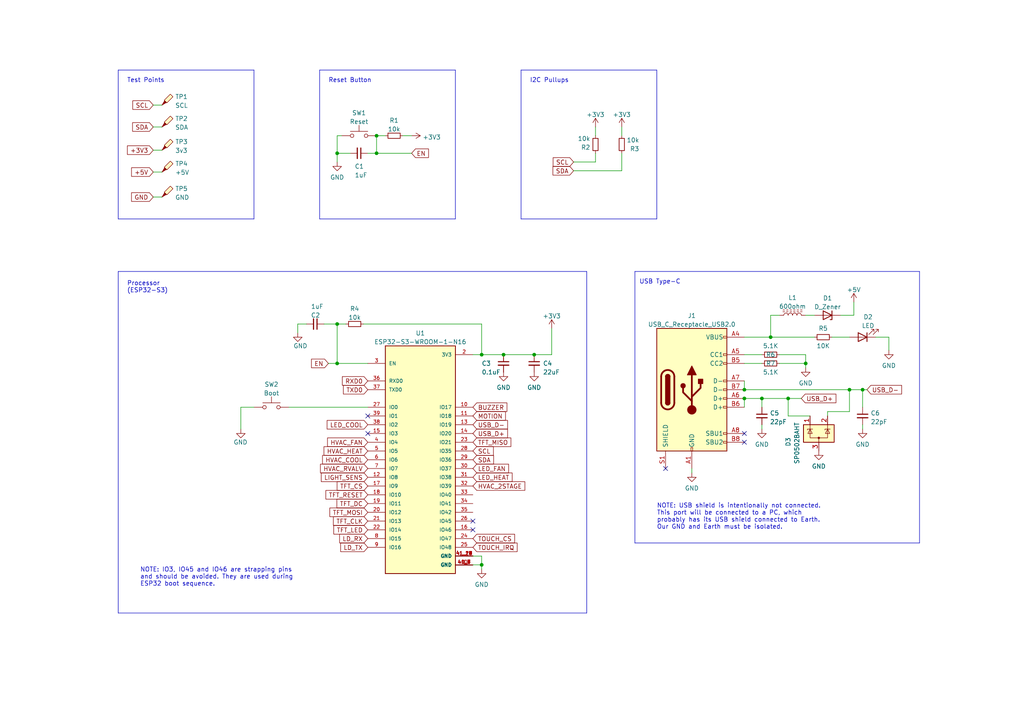
<source format=kicad_sch>
(kicad_sch (version 20250114) (generator "eeschema") (generator_version "9.0")
  (paper "A4")
  (title_block (title "Smart Thermostat") (date "2024-02-09") (rev "0.6.0") (company "Steve Meisner") (comment 1 "steve@meisners.net") (comment 2 "(C) 2024 Steven Meisner "))
  (lib_symbols
    (symbol "+3V3_2" (power) (pin_names (offset 0))
      (property "Value" "+3V3_2" (at 0 3.556 0))
      (symbol "+3V3_2_0_1"
        (polyline (pts (xy -0.762 1.27) (xy 0 2.54)))
        (polyline (pts (xy 0 2.54) (xy 0.762 1.27)))
        (polyline (pts (xy 0 0) (xy 0 2.54)))
      )
      (symbol "+3V3_2_1_1"
        (pin power_in line (at 0 0 90) (length 0) (hide yes) (name "+3V3") (number "1"))
      )
    )
    (symbol "Connector:TestPoint_Probe" (pin_numbers (hide yes)) (pin_names (offset 0.762) (hide yes))
      (property "Reference" "TP" (at 1.651 5.842 0))
      (property "Value" "TestPoint_Probe" (at 1.651 4.064 0))
      (symbol "TestPoint_Probe_0_1"
        (polyline (pts (xy 1.27 0.762) (xy 0 0) (xy 0.762 1.27) (xy 1.27 0.762)) (fill (type outline)))
        (polyline (pts (xy 1.397 0.635) (xy 0.635 1.397) (xy 2.413 3.175) (xy 3.175 2.413) (xy 1.397 0.635)) (fill (type background)))
      )
      (symbol "TestPoint_Probe_1_1"
        (pin passive line (at 0 0 90) (length 0) (name "1") (number "1"))
      )
    )
    (symbol "Connector:USB_C_Receptacle_USB2.0" (pin_names (offset 1.016))
      (property "Reference" "J" (at -10.16 19.05 0))
      (property "Value" "USB_C_Receptacle_USB2.0" (at 19.05 19.05 0))
      (symbol "USB_C_Receptacle_USB2.0_0_0"
        (rectangle (start -0.254 -17.78) (end 0.254 -16.764))
        (rectangle (start 10.16 15.494) (end 9.144 14.986))
        (rectangle (start 10.16 10.414) (end 9.144 9.906))
        (rectangle (start 10.16 7.874) (end 9.144 7.366))
        (rectangle (start 10.16 2.794) (end 9.144 2.286))
        (rectangle (start 10.16 0.254) (end 9.144 -0.254))
        (rectangle (start 10.16 -2.286) (end 9.144 -2.794))
        (rectangle (start 10.16 -4.826) (end 9.144 -5.334))
        (rectangle (start 10.16 -12.446) (end 9.144 -12.954))
        (rectangle (start 10.16 -14.986) (end 9.144 -15.494))
      )
      (symbol "USB_C_Receptacle_USB2.0_0_1"
        (rectangle (start -10.16 17.78) (end 10.16 -17.78) (stroke (width 0.254)) (fill (type background)))
        (polyline (pts (xy -8.89 -3.81) (xy -8.89 3.81)) (stroke (width 0.508)))
        (rectangle (start -7.62 -3.81) (end -6.35 3.81) (stroke (width 0.254)) (fill (type outline)))
        (arc (start -7.62 3.81) (mid -6.985 4.4422) (end -6.35 3.81) (stroke (width 0.254)))
        (arc (start -7.62 3.81) (mid -6.985 4.4422) (end -6.35 3.81) (stroke (width 0.254)) (fill (type outline)))
        (arc (start -8.89 3.81) (mid -6.985 5.7066) (end -5.08 3.81) (stroke (width 0.508)))
        (arc (start -5.08 -3.81) (mid -6.985 -5.7066) (end -8.89 -3.81) (stroke (width 0.508)))
        (arc (start -6.35 -3.81) (mid -6.985 -4.4422) (end -7.62 -3.81) (stroke (width 0.254)))
        (arc (start -6.35 -3.81) (mid -6.985 -4.4422) (end -7.62 -3.81) (stroke (width 0.254)) (fill (type outline)))
        (polyline (pts (xy -5.08 3.81) (xy -5.08 -3.81)) (stroke (width 0.508)))
        (circle (center -2.54 1.143) (radius 0.635) (stroke (width 0.254)) (fill (type outline)))
        (polyline (pts (xy -1.27 4.318) (xy 0 6.858) (xy 1.27 4.318) (xy -1.27 4.318)) (stroke (width 0.254)) (fill (type outline)))
        (polyline (pts (xy 0 -2.032) (xy 2.54 0.508) (xy 2.54 1.778)) (stroke (width 0.508)))
        (polyline (pts (xy 0 -3.302) (xy -2.54 -0.762) (xy -2.54 0.508)) (stroke (width 0.508)))
        (polyline (pts (xy 0 -5.842) (xy 0 4.318)) (stroke (width 0.508)))
        (circle (center 0 -5.842) (radius 1.27) (fill (type outline)))
        (rectangle (start 1.905 1.778) (end 3.175 3.048) (stroke (width 0.254)) (fill (type outline)))
      )
      (symbol "USB_C_Receptacle_USB2.0_1_1"
        (pin passive line (at -7.62 -22.86 90) (length 5.08) (name "SHIELD") (number "S1"))
        (pin passive line (at 0 -22.86 90) (length 5.08) (name "GND") (number "A1"))
        (pin passive line (at 0 -22.86 90) (length 5.08) (hide yes) (name "GND") (number "A12"))
        (pin passive line (at 0 -22.86 90) (length 5.08) (hide yes) (name "GND") (number "B1"))
        (pin passive line (at 0 -22.86 90) (length 5.08) (hide yes) (name "GND") (number "B12"))
        (pin passive line (at 15.24 15.24 180) (length 5.08) (name "VBUS") (number "A4"))
        (pin passive line (at 15.24 15.24 180) (length 5.08) (hide yes) (name "VBUS") (number "A9"))
        (pin passive line (at 15.24 15.24 180) (length 5.08) (hide yes) (name "VBUS") (number "B4"))
        (pin passive line (at 15.24 15.24 180) (length 5.08) (hide yes) (name "VBUS") (number "B9"))
        (pin bidirectional line (at 15.24 10.16 180) (length 5.08) (name "CC1") (number "A5"))
        (pin bidirectional line (at 15.24 7.62 180) (length 5.08) (name "CC2") (number "B5"))
        (pin bidirectional line (at 15.24 2.54 180) (length 5.08) (name "D-") (number "A7"))
        (pin bidirectional line (at 15.24 0 180) (length 5.08) (name "D-") (number "B7"))
        (pin bidirectional line (at 15.24 -2.54 180) (length 5.08) (name "D+") (number "A6"))
        (pin bidirectional line (at 15.24 -5.08 180) (length 5.08) (name "D+") (number "B6"))
        (pin bidirectional line (at 15.24 -12.7 180) (length 5.08) (name "SBU1") (number "A8"))
        (pin bidirectional line (at 15.24 -15.24 180) (length 5.08) (name "SBU2") (number "B8"))
      )
    )
    (symbol "Custom Symbols:ESP32-S3-WROOM-1-N16R2" (pin_names (offset 1.016))
      (property "Reference" "U1" (at 0 36.7198 0))
      (property "Value" "ESP32-S3-WROOM-1-N16" (at 0 34.1829 0))
      (symbol "ESP32-S3-WROOM-1-N16R2_0_0"
        (rectangle (start -10.16 -33.02) (end 10.16 33.02) (stroke (width 0.254)) (fill (type background)))
        (pin input line (at -15.24 27.94 0) (length 5.08) (name "EN") (number "3"))
        (pin bidirectional line (at -15.24 22.86 0) (length 5.08) (name "RXD0") (number "36"))
        (pin bidirectional line (at -15.24 20.32 0) (length 5.08) (name "TXD0") (number "37"))
        (pin bidirectional line (at -15.24 15.24 0) (length 5.08) (name "IO0") (number "27"))
        (pin bidirectional line (at -15.24 12.7 0) (length 5.08) (name "IO1") (number "39"))
        (pin bidirectional line (at -15.24 10.16 0) (length 5.08) (name "IO2") (number "38"))
        (pin bidirectional line (at -15.24 7.62 0) (length 5.08) (name "IO3") (number "15"))
        (pin bidirectional line (at -15.24 5.08 0) (length 5.08) (name "IO4") (number "4"))
        (pin bidirectional line (at -15.24 2.54 0) (length 5.08) (name "IO5") (number "5"))
        (pin bidirectional line (at -15.24 0 0) (length 5.08) (name "IO6") (number "6"))
        (pin bidirectional line (at -15.24 -2.54 0) (length 5.08) (name "IO7") (number "7"))
        (pin bidirectional line (at -15.24 -5.08 0) (length 5.08) (name "IO8") (number "12"))
        (pin bidirectional line (at -15.24 -7.62 0) (length 5.08) (name "IO9") (number "17"))
        (pin bidirectional line (at -15.24 -10.16 0) (length 5.08) (name "IO10") (number "18"))
        (pin bidirectional line (at -15.24 -12.7 0) (length 5.08) (name "IO11") (number "19"))
        (pin bidirectional line (at -15.24 -15.24 0) (length 5.08) (name "IO12") (number "20"))
        (pin bidirectional line (at -15.24 -17.78 0) (length 5.08) (name "IO13") (number "21"))
        (pin bidirectional line (at -15.24 -20.32 0) (length 5.08) (name "IO14") (number "22"))
        (pin bidirectional line (at -15.24 -22.86 0) (length 5.08) (name "IO15") (number "8"))
        (pin bidirectional line (at -15.24 -25.4 0) (length 5.08) (name "IO16") (number "9"))
        (pin power_in line (at 15.24 30.48 180) (length 5.08) (name "3V3") (number "2"))
        (pin bidirectional line (at 15.24 15.24 180) (length 5.08) (name "IO17") (number "10"))
        (pin bidirectional line (at 15.24 12.7 180) (length 5.08) (name "IO18") (number "11"))
        (pin bidirectional line (at 15.24 10.16 180) (length 5.08) (name "IO19") (number "13"))
        (pin bidirectional line (at 15.24 7.62 180) (length 5.08) (name "IO20") (number "14"))
        (pin bidirectional line (at 15.24 5.08 180) (length 5.08) (name "IO21") (number "23"))
        (pin bidirectional line (at 15.24 2.54 180) (length 5.08) (name "IO35") (number "28"))
        (pin bidirectional line (at 15.24 0 180) (length 5.08) (name "IO36") (number "29"))
        (pin bidirectional line (at 15.24 -2.54 180) (length 5.08) (name "IO37") (number "30"))
        (pin bidirectional line (at 15.24 -5.08 180) (length 5.08) (name "IO38") (number "31"))
        (pin bidirectional line (at 15.24 -7.62 180) (length 5.08) (name "IO39") (number "32"))
        (pin bidirectional line (at 15.24 -10.16 180) (length 5.08) (name "IO40") (number "33"))
        (pin bidirectional line (at 15.24 -12.7 180) (length 5.08) (name "IO41") (number "34"))
        (pin bidirectional line (at 15.24 -15.24 180) (length 5.08) (name "IO42") (number "35"))
        (pin bidirectional line (at 15.24 -17.78 180) (length 5.08) (name "IO45") (number "26"))
        (pin bidirectional line (at 15.24 -20.32 180) (length 5.08) (name "IO46") (number "16"))
        (pin bidirectional line (at 15.24 -22.86 180) (length 5.08) (name "IO47") (number "24"))
        (pin bidirectional line (at 15.24 -25.4 180) (length 5.08) (name "IO48") (number "25"))
        (pin power_in line (at 15.24 -27.94 180) (length 5.08) (name "GND") (number "41_10"))
        (pin power_in line (at 15.24 -27.94 180) (length 5.08) (name "GND") (number "41_11"))
        (pin power_in line (at 15.24 -27.94 180) (length 5.08) (name "GND") (number "41_12"))
        (pin power_in line (at 15.24 -27.94 180) (length 5.08) (name "GND") (number "41_13"))
        (pin power_in line (at 15.24 -27.94 180) (length 5.08) (name "GND") (number "41_14"))
        (pin power_in line (at 15.24 -27.94 180) (length 5.08) (name "GND") (number "41_15"))
        (pin power_in line (at 15.24 -27.94 180) (length 5.08) (name "GND") (number "41_16"))
        (pin power_in line (at 15.24 -27.94 180) (length 5.08) (name "GND") (number "41_17"))
        (pin power_in line (at 15.24 -27.94 180) (length 5.08) (name "GND") (number "41_18"))
        (pin power_in line (at 15.24 -27.94 180) (length 5.08) (name "GND") (number "41_19"))
        (pin power_in line (at 15.24 -27.94 180) (length 5.08) (name "GND") (number "41_20"))
        (pin power_in line (at 15.24 -27.94 180) (length 5.08) (name "GND") (number "41_21"))
        (pin power_in line (at 15.24 -30.48 180) (length 5.08) (name "GND") (number "1"))
        (pin power_in line (at 15.24 -30.48 180) (length 5.08) (name "GND") (number "40"))
        (pin power_in line (at 15.24 -30.48 180) (length 5.08) (name "GND") (number "41_1"))
        (pin power_in line (at 15.24 -30.48 180) (length 5.08) (name "GND") (number "41_2"))
        (pin power_in line (at 15.24 -30.48 180) (length 5.08) (name "GND") (number "41_3"))
        (pin power_in line (at 15.24 -30.48 180) (length 5.08) (name "GND") (number "41_4"))
        (pin power_in line (at 15.24 -30.48 180) (length 5.08) (name "GND") (number "41_5"))
        (pin power_in line (at 15.24 -30.48 180) (length 5.08) (name "GND") (number "41_6"))
        (pin power_in line (at 15.24 -30.48 180) (length 5.08) (name "GND") (number "41_7"))
        (pin power_in line (at 15.24 -30.48 180) (length 5.08) (name "GND") (number "41_8"))
        (pin power_in line (at 15.24 -30.48 180) (length 5.08) (name "GND") (number "41_9"))
      )
    )
    (symbol "Device:C_Small" (pin_numbers (hide yes)) (pin_names (offset 0.254) (hide yes))
      (property "Reference" "C" (at 0.254 1.778 0))
      (property "Value" "C_Small" (at 0.254 -2.032 0))
      (symbol "C_Small_0_1"
        (polyline (pts (xy -1.524 0.508) (xy 1.524 0.508)) (stroke (width 0.3048)))
        (polyline (pts (xy -1.524 -0.508) (xy 1.524 -0.508)) (stroke (width 0.3302)))
      )
      (symbol "C_Small_1_1"
        (pin passive line (at 0 2.54 270) (length 2.032) (name "~") (number "1"))
        (pin passive line (at 0 -2.54 90) (length 2.032) (name "~") (number "2"))
      )
    )
    (symbol "Device:D_Zener" (pin_numbers (hide yes)) (pin_names (offset 1.016) (hide yes))
      (property "Reference" "D" (at 0 2.54 0))
      (property "Value" "D_Zener" (at 0 -2.54 0))
      (symbol "D_Zener_0_1"
        (polyline (pts (xy -1.27 -1.27) (xy -1.27 1.27) (xy -0.762 1.27)) (stroke (width 0.254)))
        (polyline (pts (xy 1.27 0) (xy -1.27 0)))
        (polyline (pts (xy 1.27 -1.27) (xy 1.27 1.27) (xy -1.27 0) (xy 1.27 -1.27)) (stroke (width 0.254)))
      )
      (symbol "D_Zener_1_1"
        (pin passive line (at -3.81 0 0) (length 2.54) (name "K") (number "1"))
        (pin passive line (at 3.81 0 180) (length 2.54) (name "A") (number "2"))
      )
    )
    (symbol "Device:LED" (pin_numbers (hide yes)) (pin_names (offset 1.016) (hide yes))
      (property "Reference" "D" (at 0 2.54 0))
      (property "Value" "LED" (at 0 -2.54 0))
      (symbol "LED_0_1"
        (polyline (pts (xy -3.048 -0.762) (xy -4.572 -2.286) (xy -3.81 -2.286) (xy -4.572 -2.286) (xy -4.572 -1.524)))
        (polyline (pts (xy -1.778 -0.762) (xy -3.302 -2.286) (xy -2.54 -2.286) (xy -3.302 -2.286) (xy -3.302 -1.524)))
        (polyline (pts (xy -1.27 0) (xy 1.27 0)))
        (polyline (pts (xy -1.27 -1.27) (xy -1.27 1.27)) (stroke (width 0.254)))
        (polyline (pts (xy 1.27 -1.27) (xy 1.27 1.27) (xy -1.27 0) (xy 1.27 -1.27)) (stroke (width 0.254)))
      )
      (symbol "LED_1_1"
        (pin passive line (at -3.81 0 0) (length 2.54) (name "K") (number "1"))
        (pin passive line (at 3.81 0 180) (length 2.54) (name "A") (number "2"))
      )
    )
    (symbol "Device:L_Ferrite" (pin_numbers (hide yes)) (pin_names (offset 1.016) (hide yes))
      (property "Reference" "L" (at -1.27 0 90))
      (property "Value" "L_Ferrite" (at 2.794 0 90))
      (symbol "L_Ferrite_0_1"
        (arc (start 0 2.54) (mid 0.6323 1.905) (end 0 1.27))
        (arc (start 0 1.27) (mid 0.6323 0.635) (end 0 0))
        (arc (start 0 0) (mid 0.6323 -0.635) (end 0 -1.27))
        (arc (start 0 -1.27) (mid 0.6323 -1.905) (end 0 -2.54))
        (polyline (pts (xy 1.016 2.286) (xy 1.016 2.794)))
        (polyline (pts (xy 1.016 1.27) (xy 1.016 1.778)))
        (polyline (pts (xy 1.016 0.254) (xy 1.016 0.762)))
        (polyline (pts (xy 1.016 -0.762) (xy 1.016 -0.254)))
        (polyline (pts (xy 1.016 -1.778) (xy 1.016 -1.27)))
        (polyline (pts (xy 1.016 -2.794) (xy 1.016 -2.286)))
        (polyline (pts (xy 1.524 2.794) (xy 1.524 2.286)))
        (polyline (pts (xy 1.524 1.778) (xy 1.524 1.27)))
        (polyline (pts (xy 1.524 0.762) (xy 1.524 0.254)))
        (polyline (pts (xy 1.524 -0.254) (xy 1.524 -0.762)))
        (polyline (pts (xy 1.524 -1.27) (xy 1.524 -1.778)))
        (polyline (pts (xy 1.524 -2.286) (xy 1.524 -2.794)))
      )
      (symbol "L_Ferrite_1_1"
        (pin passive line (at 0 3.81 270) (length 1.27) (name "1") (number "1"))
        (pin passive line (at 0 -3.81 90) (length 1.27) (name "2") (number "2"))
      )
    )
    (symbol "Device:R_Small" (pin_numbers (hide yes)) (pin_names (offset 0.254) (hide yes))
      (property "Reference" "R" (at 0.762 0.508 0))
      (property "Value" "R_Small" (at 0.762 -1.016 0))
      (symbol "R_Small_0_1"
        (rectangle (start -0.762 1.778) (end 0.762 -1.778) (stroke (width 0.2032)))
      )
      (symbol "R_Small_1_1"
        (pin passive line (at 0 2.54 270) (length 0.762) (name "~") (number "1"))
        (pin passive line (at 0 -2.54 90) (length 0.762) (name "~") (number "2"))
      )
    )
    (symbol "Power_Protection:SP0502BAHT" (pin_names (hide yes))
      (property "Reference" "D" (at 5.715 2.54 0))
      (property "Value" "SP0502BAHT" (at 5.715 0.635 0))
      (symbol "SP0502BAHT_0_0"
        (pin passive line (at 0 -5.08 90) (length 2.54) (name "A") (number "3"))
      )
      (symbol "SP0502BAHT_0_1"
        (rectangle (start -4.445 2.54) (end 4.445 -2.54) (stroke (width 0.254)) (fill (type background)))
        (polyline (pts (xy -3.302 1.016) (xy -3.302 1.27) (xy -1.905 1.27) (xy -1.778 1.27)))
        (polyline (pts (xy -2.54 2.54) (xy -2.54 1.27)))
        (polyline (pts (xy -2.54 1.27) (xy -2.54 -1.27) (xy 2.54 -1.27) (xy 2.54 1.27)))
        (polyline (pts (xy -2.54 1.27) (xy -1.905 0) (xy -3.175 0) (xy -2.54 1.27)))
        (polyline (pts (xy 0 -1.27) (xy 0 -2.54)))
        (circle (center 0 -1.27) (radius 0.254) (fill (type outline)))
        (polyline (pts (xy 1.778 1.016) (xy 1.778 1.27) (xy 3.175 1.27) (xy 3.302 1.27)))
        (polyline (pts (xy 2.54 2.54) (xy 2.54 1.27)))
        (polyline (pts (xy 2.54 1.27) (xy 1.905 0) (xy 3.175 0) (xy 2.54 1.27)))
      )
      (symbol "SP0502BAHT_1_1"
        (pin passive line (at -2.54 5.08 270) (length 2.54) (name "K") (number "1"))
        (pin passive line (at 2.54 5.08 270) (length 2.54) (name "K") (number "2"))
      )
    )
    (symbol "Switch:SW_Push" (pin_numbers (hide yes)) (pin_names (offset 1.016) (hide yes))
      (property "Reference" "SW" (at 1.27 2.54 0))
      (property "Value" "SW_Push" (at 0 -1.524 0))
      (symbol "SW_Push_0_1"
        (circle (center -2.032 0) (radius 0.508))
        (polyline (pts (xy 0 1.27) (xy 0 3.048)))
        (circle (center 2.032 0) (radius 0.508))
        (polyline (pts (xy 2.54 1.27) (xy -2.54 1.27)))
        (pin passive line (at -5.08 0 0) (length 2.54) (name "1") (number "1"))
        (pin passive line (at 5.08 0 180) (length 2.54) (name "2") (number "2"))
      )
    )
    (symbol "power:+3V3" (power) (pin_names (offset 0))
      (property "Value" "+3V3" (at 0 3.556 0))
      (symbol "+3V3_0_1"
        (polyline (pts (xy -0.762 1.27) (xy 0 2.54)))
        (polyline (pts (xy 0 2.54) (xy 0.762 1.27)))
        (polyline (pts (xy 0 0) (xy 0 2.54)))
      )
      (symbol "+3V3_1_1"
        (pin power_in line (at 0 0 90) (length 0) (hide yes) (name "+3V3") (number "1"))
      )
    )
    (symbol "power:+5V" (power) (pin_names (offset 0))
      (property "Value" "+5V" (at 0 3.556 0))
      (symbol "+5V_0_1"
        (polyline (pts (xy -0.762 1.27) (xy 0 2.54)))
        (polyline (pts (xy 0 2.54) (xy 0.762 1.27)))
        (polyline (pts (xy 0 0) (xy 0 2.54)))
      )
      (symbol "+5V_1_1"
        (pin power_in line (at 0 0 90) (length 0) (hide yes) (name "+5V") (number "1"))
      )
    )
    (symbol "power:GND" (power) (pin_names (offset 0))
      (property "Value" "GND" (at 0 -3.81 0))
      (symbol "GND_0_1"
        (polyline (pts (xy 0 0) (xy 0 -1.27) (xy 1.27 -1.27) (xy 0 -2.54) (xy -1.27 -1.27) (xy 0 -1.27)))
      )
      (symbol "GND_1_1"
        (pin power_in line (at 0 0 270) (length 0) (hide yes) (name "GND") (number "1"))
      )
    )
  )
  (text "NOTE: IO3, IO45 and IO46 are strapping pins\nand should be avoided. They are used during\nESP32 boot sequence." (at 40.64 170.18 0) (effects (font (size 1.27 1.27)) (justify left bottom)))
  (text "NOTE: USB shield is intentionally not connected.\nThis port will be connected to a PC, which\nprobably has its USB shield connected to Earth.\nOur GND and Earth must be isolated." (at 190.5 153.67 0) (effects (font (size 1.27 1.27)) (justify left bottom)))
  (text "Reset Button" (at 95.25 24.13 0) (effects (font (size 1.27 1.27)) (justify left bottom)))
  (text "Processor\n(ESP32-S3)" (at 36.83 85.09 0) (effects (font (size 1.27 1.27)) (justify left bottom)))
  (text "Test Points" (at 36.83 24.13 0) (effects (font (size 1.27 1.27)) (justify left bottom)))
  (text "I2C Pullups" (at 153.67 24.13 0) (effects (font (size 1.27 1.27)) (justify left bottom)))
  (text "USB Type-C" (at 185.42 82.55 0) (effects (font (size 1.27 1.27)) (justify left bottom)))
  (junction (at 215.9 113.03))
  (junction (at 97.79 105.41))
  (junction (at 139.7 163.83))
  (junction (at 228.6 115.57))
  (junction (at 154.94 102.87))
  (junction (at 223.52 97.79))
  (junction (at 246.38 113.03))
  (junction (at 215.9 115.57))
  (junction (at 109.22 44.45))
  (junction (at 146.05 102.87))
  (junction (at 97.79 44.45))
  (junction (at 250.19 113.03))
  (junction (at 220.98 115.57))
  (junction (at 97.79 93.98))
  (junction (at 109.22 39.37))
  (junction (at 233.68 105.41))
  (junction (at 139.7 102.87))
  (no_connect (at 106.68 120.65))
  (no_connect (at 106.68 125.73))
  (no_connect (at 137.16 151.13))
  (no_connect (at 137.16 153.67))
  (no_connect (at 215.9 128.27))
  (no_connect (at 193.04 135.89))
  (no_connect (at 215.9 125.73))
  (wire (pts (xy 180.34 49.53) (xy 166.37 49.53)))
  (wire (pts (xy 233.68 105.41) (xy 233.68 106.68)))
  (wire (pts (xy 246.38 119.38) (xy 246.38 113.03)))
  (wire (pts (xy 223.52 91.44) (xy 223.52 97.79)))
  (polyline (pts (xy 34.29 78.74) (xy 170.18 78.74)) (stroke (width 0) (type solid)))
  (wire (pts (xy 228.6 120.65) (xy 228.6 115.57)))
  (wire (pts (xy 69.85 124.46) (xy 69.85 118.11)))
  (polyline (pts (xy 151.13 20.32) (xy 151.13 63.5)) (stroke (width 0) (type solid)))
  (wire (pts (xy 223.52 91.44) (xy 226.06 91.44)))
  (wire (pts (xy 109.22 44.45) (xy 119.38 44.45)))
  (wire (pts (xy 257.81 97.79) (xy 257.81 101.6)))
  (wire (pts (xy 243.84 91.44) (xy 247.65 91.44)))
  (wire (pts (xy 83.82 118.11) (xy 106.68 118.11)))
  (wire (pts (xy 139.7 102.87) (xy 137.16 102.87)))
  (wire (pts (xy 250.19 113.03) (xy 251.46 113.03)))
  (wire (pts (xy 160.02 102.87) (xy 154.94 102.87)))
  (wire (pts (xy 180.34 44.45) (xy 180.34 49.53)))
  (wire (pts (xy 109.22 39.37) (xy 111.76 39.37)))
  (polyline (pts (xy 92.71 63.5) (xy 132.08 63.5)) (stroke (width 0) (type solid)))
  (wire (pts (xy 99.06 39.37) (xy 97.79 39.37)))
  (wire (pts (xy 100.33 93.98) (xy 97.79 93.98)))
  (polyline (pts (xy 34.29 20.32) (xy 34.29 63.5)) (stroke (width 0) (type solid)))
  (wire (pts (xy 106.68 44.45) (xy 109.22 44.45)))
  (wire (pts (xy 44.45 57.15) (xy 46.99 57.15)))
  (polyline (pts (xy 73.66 20.32) (xy 73.66 63.5)) (stroke (width 0) (type solid)))
  (wire (pts (xy 146.05 102.87) (xy 154.94 102.87)))
  (wire (pts (xy 180.34 36.83) (xy 180.34 39.37)))
  (wire (pts (xy 172.72 44.45) (xy 172.72 46.99)))
  (polyline (pts (xy 34.29 78.74) (xy 34.29 177.8)) (stroke (width 0) (type solid)))
  (wire (pts (xy 106.68 105.41) (xy 97.79 105.41)))
  (wire (pts (xy 86.36 93.98) (xy 88.9 93.98)))
  (wire (pts (xy 240.03 120.65) (xy 240.03 119.38)))
  (polyline (pts (xy 170.18 78.74) (xy 170.18 177.8)) (stroke (width 0) (type solid)))
  (wire (pts (xy 220.98 115.57) (xy 228.6 115.57)))
  (wire (pts (xy 215.9 102.87) (xy 220.98 102.87)))
  (wire (pts (xy 215.9 110.49) (xy 215.9 113.03)))
  (wire (pts (xy 223.52 97.79) (xy 236.22 97.79)))
  (wire (pts (xy 226.06 105.41) (xy 233.68 105.41)))
  (wire (pts (xy 109.22 44.45) (xy 109.22 39.37)))
  (wire (pts (xy 97.79 44.45) (xy 101.6 44.45)))
  (wire (pts (xy 93.98 93.98) (xy 97.79 93.98)))
  (polyline (pts (xy 151.13 20.32) (xy 190.5 20.32)) (stroke (width 0) (type solid)))
  (polyline (pts (xy 184.15 157.48) (xy 266.7 157.48)) (stroke (width 0) (type solid)))
  (wire (pts (xy 95.25 105.41) (xy 97.79 105.41)))
  (wire (pts (xy 233.68 102.87) (xy 233.68 105.41)))
  (wire (pts (xy 97.79 93.98) (xy 97.79 105.41)))
  (wire (pts (xy 233.68 91.44) (xy 236.22 91.44)))
  (wire (pts (xy 215.9 113.03) (xy 246.38 113.03)))
  (polyline (pts (xy 151.13 63.5) (xy 190.5 63.5)) (stroke (width 0) (type solid)))
  (polyline (pts (xy 92.71 20.32) (xy 92.71 63.5)) (stroke (width 0) (type solid)))
  (wire (pts (xy 44.45 36.83) (xy 46.99 36.83)))
  (wire (pts (xy 215.9 105.41) (xy 220.98 105.41)))
  (wire (pts (xy 215.9 115.57) (xy 215.9 118.11)))
  (wire (pts (xy 69.85 118.11) (xy 73.66 118.11)))
  (polyline (pts (xy 266.7 78.74) (xy 184.15 78.74)) (stroke (width 0) (type solid)))
  (wire (pts (xy 139.7 163.83) (xy 139.7 165.1)))
  (wire (pts (xy 172.72 46.99) (xy 166.37 46.99)))
  (wire (pts (xy 200.66 135.89) (xy 200.66 137.16)))
  (polyline (pts (xy 184.15 78.74) (xy 184.15 157.48)) (stroke (width 0) (type solid)))
  (wire (pts (xy 241.3 97.79) (xy 246.38 97.79)))
  (wire (pts (xy 139.7 93.98) (xy 139.7 102.87)))
  (wire (pts (xy 139.7 161.29) (xy 139.7 163.83)))
  (wire (pts (xy 246.38 113.03) (xy 250.19 113.03)))
  (wire (pts (xy 215.9 97.79) (xy 223.52 97.79)))
  (wire (pts (xy 139.7 102.87) (xy 146.05 102.87)))
  (wire (pts (xy 247.65 91.44) (xy 247.65 87.63)))
  (polyline (pts (xy 170.18 177.8) (xy 34.29 177.8)) (stroke (width 0) (type solid)))
  (wire (pts (xy 105.41 93.98) (xy 139.7 93.98)))
  (wire (pts (xy 160.02 95.25) (xy 160.02 102.87)))
  (wire (pts (xy 137.16 163.83) (xy 139.7 163.83)))
  (wire (pts (xy 254 97.79) (xy 257.81 97.79)))
  (wire (pts (xy 44.4579 49.9018) (xy 46.9979 49.9018)))
  (wire (pts (xy 228.6 115.57) (xy 232.41 115.57)))
  (wire (pts (xy 172.72 36.83) (xy 172.72 39.37)))
  (wire (pts (xy 44.45 30.48) (xy 46.99 30.48)))
  (wire (pts (xy 97.79 39.37) (xy 97.79 44.45)))
  (polyline (pts (xy 92.71 20.32) (xy 132.08 20.32)) (stroke (width 0) (type solid)))
  (polyline (pts (xy 34.29 63.5) (xy 73.66 63.5)) (stroke (width 0) (type solid)))
  (polyline (pts (xy 34.29 20.32) (xy 73.66 20.32)) (stroke (width 0) (type solid)))
  (polyline (pts (xy 190.5 20.32) (xy 190.5 63.5)) (stroke (width 0) (type solid)))
  (wire (pts (xy 44.4579 43.5518) (xy 46.9979 43.5518)))
  (wire (pts (xy 234.95 120.65) (xy 228.6 120.65)))
  (wire (pts (xy 97.79 46.99) (xy 97.79 44.45)))
  (wire (pts (xy 250.19 123.19) (xy 250.19 124.46)))
  (wire (pts (xy 220.98 123.19) (xy 220.98 124.46)))
  (wire (pts (xy 137.16 161.29) (xy 139.7 161.29)))
  (wire (pts (xy 215.9 115.57) (xy 220.98 115.57)))
  (polyline (pts (xy 132.08 20.32) (xy 132.08 63.5)) (stroke (width 0) (type solid)))
  (wire (pts (xy 86.36 96.52) (xy 86.36 93.98)))
  (wire (pts (xy 226.06 102.87) (xy 233.68 102.87)))
  (wire (pts (xy 250.19 113.03) (xy 250.19 118.11)))
  (wire (pts (xy 240.03 119.38) (xy 246.38 119.38)))
  (wire (pts (xy 116.84 39.37) (xy 119.38 39.37)))
  (wire (pts (xy 220.98 115.57) (xy 220.98 118.11)))
  (polyline (pts (xy 266.7 157.48) (xy 266.7 78.74)) (stroke (width 0) (type solid)))
  (global_label "TFT_CLK" (shape input) (at 106.68 151.13 180) (property "Intersheetrefs" "${INTERSHEET_REFS}" (effects (hide yes))))
  (global_label "TFT_MOSI" (shape input) (at 106.68 148.59 180) (property "Intersheetrefs" "${INTERSHEET_REFS}" (effects (hide yes))))
  (global_label "MOTION" (shape input) (at 137.16 120.65 0) (property "Intersheetrefs" "${INTERSHEET_REFS}" (effects (hide yes))))
  (global_label "HVAC_2STAGE" (shape input) (at 137.16 140.97 0) (property "Intersheetrefs" "${INTERSHEET_REFS}" (effects (hide yes))))
  (global_label "TXD0" (shape input) (at 106.68 113.03 180) (property "Intersheetrefs" "${INTERSHEET_REFS}" (effects (hide yes))))
  (global_label "USB_D-" (shape input) (at 251.46 113.03 0) (property "Intersheetrefs" "${INTERSHEET_REFS}" (effects (hide yes))))
  (global_label "TFT_LED" (shape input) (at 106.68 153.67 180) (property "Intersheetrefs" "${INTERSHEET_REFS}" (effects (hide yes))))
  (global_label "+5V" (shape input) (at 44.4579 49.9018 180) (property "Intersheetrefs" "${INTERSHEET_REFS}" (effects (hide yes))))
  (global_label "SDA" (shape input) (at 44.45 36.83 180) (property "Intersheetrefs" "${INTERSHEET_REFS}" (effects (hide yes))))
  (global_label "SCL" (shape input) (at 44.45 30.48 180) (property "Intersheetrefs" "${INTERSHEET_REFS}" (effects (hide yes))))
  (global_label "TFT_RESET" (shape input) (at 106.68 143.51 180) (property "Intersheetrefs" "${INTERSHEET_REFS}" (effects (hide yes))))
  (global_label "+3V3" (shape input) (at 44.4579 43.5518 180) (property "Intersheetrefs" "${INTERSHEET_REFS}" (effects (hide yes))))
  (global_label "BUZZER" (shape input) (at 137.16 118.11 0) (property "Intersheetrefs" "${INTERSHEET_REFS}" (effects (hide yes))))
  (global_label "SCL" (shape input) (at 137.16 130.81 0) (property "Intersheetrefs" "${INTERSHEET_REFS}" (effects (hide yes))))
  (global_label "LIGHT_SENS" (shape input) (at 106.68 138.43 180) (property "Intersheetrefs" "${INTERSHEET_REFS}" (effects (hide yes))))
  (global_label "TFT_MISO" (shape input) (at 137.16 128.27 0) (property "Intersheetrefs" "${INTERSHEET_REFS}" (effects (hide yes))))
  (global_label "USB_D-" (shape input) (at 137.16 123.19 0) (property "Intersheetrefs" "${INTERSHEET_REFS}" (effects (hide yes))))
  (global_label "LD_TX" (shape input) (at 106.68 158.75 180) (property "Intersheetrefs" "${INTERSHEET_REFS}" (effects (hide yes))))
  (global_label "HVAC_FAN" (shape input) (at 106.68 128.27 180) (property "Intersheetrefs" "${INTERSHEET_REFS}" (effects (hide yes))))
  (global_label "LED_COOL" (shape input) (at 106.68 123.19 180) (property "Intersheetrefs" "${INTERSHEET_REFS}" (effects (hide yes))))
  (global_label "SCL" (shape input) (at 166.37 46.99 180) (property "Intersheetrefs" "${INTERSHEET_REFS}" (effects (hide yes))))
  (global_label "EN" (shape input) (at 95.25 105.41 180) (property "Intersheetrefs" "${INTERSHEET_REFS}" (effects (hide yes))))
  (global_label "EN" (shape input) (at 119.38 44.45 0) (property "Intersheetrefs" "${INTERSHEET_REFS}" (effects (hide yes))))
  (global_label "GND" (shape input) (at 44.45 57.15 180) (property "Intersheetrefs" "${INTERSHEET_REFS}" (effects (hide yes))))
  (global_label "LED_FAN" (shape input) (at 137.16 135.89 0) (property "Intersheetrefs" "${INTERSHEET_REFS}" (effects (hide yes))))
  (global_label "RXD0" (shape input) (at 106.68 110.49 180) (property "Intersheetrefs" "${INTERSHEET_REFS}" (effects (hide yes))))
  (global_label "HVAC_HEAT" (shape input) (at 106.68 130.81 180) (property "Intersheetrefs" "${INTERSHEET_REFS}" (effects (hide yes))))
  (global_label "USB_D+" (shape input) (at 232.41 115.57 0) (property "Intersheetrefs" "${INTERSHEET_REFS}" (effects (hide yes))))
  (global_label "HVAC_RVALV" (shape input) (at 106.68 135.89 180) (property "Intersheetrefs" "${INTERSHEET_REFS}" (effects (hide yes))))
  (global_label "HVAC_COOL" (shape input) (at 106.68 133.35 180) (property "Intersheetrefs" "${INTERSHEET_REFS}" (effects (hide yes))))
  (global_label "LED_HEAT" (shape input) (at 137.16 138.43 0) (property "Intersheetrefs" "${INTERSHEET_REFS}" (effects (hide yes))))
  (global_label "TOUCH_IRQ" (shape input) (at 137.16 158.75 0) (property "Intersheetrefs" "${INTERSHEET_REFS}" (effects (hide yes))))
  (global_label "SDA" (shape input) (at 137.16 133.35 0) (property "Intersheetrefs" "${INTERSHEET_REFS}" (effects (hide yes))))
  (global_label "USB_D+" (shape input) (at 137.16 125.73 0) (property "Intersheetrefs" "${INTERSHEET_REFS}" (effects (hide yes))))
  (global_label "SDA" (shape input) (at 166.37 49.53 180) (property "Intersheetrefs" "${INTERSHEET_REFS}" (effects (hide yes))))
  (global_label "LD_RX" (shape input) (at 106.68 156.21 180) (property "Intersheetrefs" "${INTERSHEET_REFS}" (effects (hide yes))))
  (global_label "TFT_DC" (shape input) (at 106.68 146.05 180) (property "Intersheetrefs" "${INTERSHEET_REFS}" (effects (hide yes))))
  (global_label "TFT_CS" (shape input) (at 106.68 140.97 180) (property "Intersheetrefs" "${INTERSHEET_REFS}" (effects (hide yes))))
  (global_label "TOUCH_CS" (shape input) (at 137.16 156.21 0) (property "Intersheetrefs" "${INTERSHEET_REFS}" (effects (hide yes))))
  (symbol (lib_id "Switch:SW_Push") (at 104.14 39.37 0) (unit 1)
    (property "Reference" "SW1" (at 104.14 32.7492 0))
    (property "Value" "Reset" (at 104.14 35.2861 0))
    (property "Footprint" "Button_Switch_SMD:SW_SPST_TL3305A" (effects (hide yes)))
    (property "LCSC" "C2886902" (effects (hide yes)))
  )
  (symbol (lib_id "Device:LED") (at 250.19 97.79 180) (unit 1)
    (property "Reference" "D2" (at 251.7775 91.9312 0))
    (property "Value" "LED" (at 251.7775 94.4681 0))
    (property "Footprint" "LED_SMD:LED_0805_2012Metric" (effects (hide yes)))
    (property "LCSC" "C108412" (effects (hide yes)))
  )
  (symbol (lib_id "power:GND") (at 139.7 165.1 0) (unit 1)
    (property "Reference" "#PWR017" (effects (hide yes)))
    (property "Value" "GND" (at 139.7 169.5434 0))
  )
  (symbol (lib_id "power:GND") (at 154.94 107.95 0) (unit 1)
    (property "Reference" "#PWR011" (effects (hide yes)))
    (property "Value" "GND" (at 154.94 112.3934 0))
  )
  (symbol (lib_id "power:GND") (at 97.79 46.99 0) (unit 1)
    (property "Reference" "#PWR04" (effects (hide yes)))
    (property "Value" "GND" (at 97.79 51.4334 0))
  )
  (symbol (lib_id "Connector:TestPoint_Probe") (at 46.99 57.15 0) (unit 1)
    (property "Reference" "TP5" (at 50.8 54.7278 0) (effects (justify left)))
    (property "Value" "GND" (at 50.8 57.2647 0) (effects (justify left)))
    (property "Footprint" "TestPoint:TestPoint_THTPad_D2.0mm_Drill1.0mm" (effects (hide yes)))
  )
  (symbol (lib_id "Device:C_Small") (at 220.98 120.65 0) (unit 1)
    (property "Reference" "C5" (at 223.3041 119.8216 0) (effects (justify left)))
    (property "Value" "22pF" (at 223.3041 122.3585 0) (effects (justify left)))
    (property "Footprint" "Capacitor_SMD:C_0603_1608Metric" (effects (hide yes)))
    (property "LCSC" "C1653" (effects (hide yes)))
  )
  (symbol (lib_id "Device:C_Small") (at 91.44 93.98 270) (unit 1)
    (property "Reference" "C2" (at 90.17 91.44 90) (effects (justify left)))
    (property "Value" "1uF" (at 90.17 88.9 90) (effects (justify left)))
    (property "Footprint" "Capacitor_SMD:C_0603_1608Metric" (effects (hide yes)))
    (property "LCSC" "C5673" (effects (hide yes)))
  )
  (symbol (lib_id "Connector:TestPoint_Probe") (at 46.9979 49.9018 0) (unit 1)
    (property "Reference" "TP4" (at 50.8079 47.4796 0) (effects (justify left)))
    (property "Value" "+5V" (at 50.8079 50.0165 0) (effects (justify left)))
    (property "Footprint" "TestPoint:TestPoint_THTPad_D2.0mm_Drill1.0mm" (effects (hide yes)))
  )
  (symbol (lib_id "Device:R_Small") (at 223.52 102.87 90) (unit 1)
    (property "Reference" "R6" (at 223.52 102.87 90))
    (property "Value" "5.1K" (at 223.52 100.33 90))
    (property "Footprint" "Resistor_SMD:R_0603_1608Metric" (effects (hide yes)))
    (property "LCSC" "C415076" (effects (hide yes)))
  )
  (symbol (lib_id "power:+5V") (at 247.65 87.63 0) (unit 1)
    (property "Reference" "#PWR05" (effects (hide yes)))
    (property "Value" "+5V" (at 247.65 84.0542 0))
  )
  (symbol (lib_id "power:GND") (at 250.19 124.46 0) (unit 1)
    (property "Reference" "#PWR014" (effects (hide yes)))
    (property "Value" "GND" (at 250.19 128.9034 0))
  )
  (symbol (lib_id "Device:R_Small") (at 172.72 41.91 0) (unit 1)
    (property "Reference" "R2" (at 171.2214 42.7447 0) (effects (justify right)))
    (property "Value" "10k" (at 171.2214 40.2078 0) (effects (justify right)))
    (property "Footprint" "Resistor_SMD:R_0603_1608Metric" (effects (hide yes)))
    (property "LCSC" "C25804" (effects (hide yes)))
  )
  (symbol (lib_id "Device:R_Small") (at 238.76 97.79 90) (unit 1)
    (property "Reference" "R5" (at 238.76 95.25 90))
    (property "Value" "10K" (at 238.76 100.33 90))
    (property "Footprint" "Resistor_SMD:R_0603_1608Metric" (effects (hide yes)))
    (property "LCSC" "C25804" (effects (hide yes)))
  )
  (symbol (lib_id "Device:C_Small") (at 250.19 120.65 0) (unit 1)
    (property "Reference" "C6" (at 252.5141 119.8216 0) (effects (justify left)))
    (property "Value" "22pF" (at 252.5141 122.3585 0) (effects (justify left)))
    (property "Footprint" "Capacitor_SMD:C_0603_1608Metric" (effects (hide yes)))
    (property "LCSC" "C1653" (effects (hide yes)))
  )
  (symbol (lib_id "Connector:TestPoint_Probe") (at 46.99 30.48 0) (unit 1)
    (property "Reference" "TP1" (at 50.8 28.0578 0) (effects (justify left)))
    (property "Value" "SCL" (at 50.8 30.5947 0) (effects (justify left)))
    (property "Footprint" "TestPoint:TestPoint_THTPad_D2.0mm_Drill1.0mm" (effects (hide yes)))
  )
  (symbol (lib_id "Device:R_Small") (at 102.87 93.98 90) (unit 1)
    (property "Reference" "R4" (at 102.87 89.5436 90))
    (property "Value" "10k" (at 102.87 92.0805 90))
    (property "Footprint" "Resistor_SMD:R_0603_1608Metric" (effects (hide yes)))
    (property "LCSC" "C25804" (effects (hide yes)))
  )
  (symbol (lib_id "power:+3V3") (at 172.72 36.83 0) (unit 1)
    (property "Reference" "#PWR01" (effects (hide yes)))
    (property "Value" "+3V3" (at 172.72 33.2542 0))
  )
  (symbol (lib_id "Connector:USB_C_Receptacle_USB2.0") (at 200.66 113.03 0) (unit 1)
    (property "Reference" "J1" (at 200.66 91.5502 0))
    (property "Value" "USB_C_Receptacle_USB2.0" (at 200.66 94.0871 0))
    (property "Footprint" "Connector_USB:USB_C_Receptacle_G-Switch_GT-USB-7010ASV" (effects (hide yes)))
    (property "Datasheet" "https://www.usb.org/sites/default/files/documents/usb_type-c.zip" (effects (hide yes)))
    (property "old-LCSC" "C2988369" (effects (hide yes)))
    (property "LCSC" "C165948" (effects (hide yes)))
  )
  (symbol (lib_id "power:GND") (at 257.81 101.6 0) (unit 1)
    (property "Reference" "#PWR08" (effects (hide yes)))
    (property "Value" "GND" (at 257.81 106.0434 0))
  )
  (symbol (lib_id "Device:R_Small") (at 180.34 41.91 0) (unit 1)
    (property "Reference" "R3" (at 185.42 43.18 0) (effects (justify right)))
    (property "Value" "10k" (at 185.42 40.64 0) (effects (justify right)))
    (property "Footprint" "Resistor_SMD:R_0603_1608Metric" (effects (hide yes)))
    (property "LCSC" "C25804" (effects (hide yes)))
  )
  (symbol (lib_id "Device:R_Small") (at 114.3 39.37 90) (unit 1)
    (property "Reference" "R1" (at 114.3 34.9336 90))
    (property "Value" "10k" (at 114.3 37.4705 90))
    (property "Footprint" "Resistor_SMD:R_0603_1608Metric" (effects (hide yes)))
    (property "LCSC" "C25804" (effects (hide yes)))
  )
  (symbol (lib_id "Custom Symbols:ESP32-S3-WROOM-1-N16R2") (at 121.92 133.35 0) (unit 1)
    (property "Reference" "U1" (at 121.92 96.6302 0))
    (property "Value" "ESP32-S3-WROOM-1-N16" (at 121.92 99.1671 0))
    (property "Footprint" "XCVR_ESP32-S3-WROOM-1-N16R2" (effects (hide yes)))
    (property "PARTREV" "v1.0" (effects (hide yes)))
    (property "MANUFACTURER" "Espressif" (effects (hide yes)))
    (property "MAXIMUM_PACKAGE_HEIGHT" "3.25mm" (effects (hide yes)))
    (property "STANDARD" "Manufacturer Recommendations" (effects (hide yes)))
    (property "LCSC" "C2913199" (effects (hide yes)))
  )
  (symbol (lib_name "+3V3_2") (lib_id "power:+3V3") (at 160.02 95.25 0) (unit 1)
    (property "Reference" "#PWR06" (effects (hide yes)))
    (property "Value" "+3V3" (at 160.02 91.6742 0))
  )
  (symbol (lib_id "power:GND") (at 220.98 124.46 0) (unit 1)
    (property "Reference" "#PWR013" (effects (hide yes)))
    (property "Value" "GND" (at 220.98 128.9034 0))
  )
  (symbol (lib_id "Power_Protection:SP0502BAHT") (at 237.49 125.73 0) (unit 1)
    (property "Reference" "D3" (at 228.6 129.54 90) (effects (justify left)))
    (property "Value" "SP0502BAHT" (at 231.14 134.62 90) (effects (justify left)))
    (property "Footprint" "Package_TO_SOT_SMD:SOT-23" (effects (hide yes)))
    (property "Datasheet" "http://www.littelfuse.com/~/media/files/littelfuse/technical%20resources/documents/data%20sheets/sp05xxba.pdf" (effects (hide yes)))
    (property "LCSC" "C207261" (effects (hide yes)))
  )
  (symbol (lib_id "Device:R_Small") (at 223.52 105.41 90) (unit 1)
    (property "Reference" "R7" (at 223.52 105.41 90))
    (property "Value" "5.1K" (at 223.52 107.95 90))
    (property "Footprint" "Resistor_SMD:R_0603_1608Metric" (effects (hide yes)))
    (property "LCSC" "C415076" (effects (hide yes)))
  )
  (symbol (lib_id "Switch:SW_Push") (at 78.74 118.11 0) (unit 1)
    (property "Reference" "SW2" (at 78.74 111.4892 0))
    (property "Value" "Boot" (at 78.74 114.0261 0))
    (property "Footprint" "Button_Switch_SMD:SW_SPST_TL3305A" (effects (hide yes)))
    (property "LCSC" "C2886902" (effects (hide yes)))
  )
  (symbol (lib_id "power:+3V3") (at 180.34 36.83 0) (unit 1)
    (property "Reference" "#PWR02" (effects (hide yes)))
    (property "Value" "+3V3" (at 180.34 33.2542 0))
  )
  (symbol (lib_id "Connector:TestPoint_Probe") (at 46.99 36.83 0) (unit 1)
    (property "Reference" "TP2" (at 50.8 34.4078 0) (effects (justify left)))
    (property "Value" "SDA" (at 50.8 36.9447 0) (effects (justify left)))
    (property "Footprint" "TestPoint:TestPoint_THTPad_D2.0mm_Drill1.0mm" (effects (hide yes)))
  )
  (symbol (lib_id "power:GND") (at 69.85 124.46 0) (unit 1)
    (property "Reference" "#PWR012" (effects (hide yes)))
    (property "Value" "GND" (at 67.71 128.27 0) (effects (justify left)))
  )
  (symbol (lib_id "Device:L_Ferrite") (at 229.87 91.44 90) (unit 1)
    (property "Reference" "L1" (at 229.87 86.3432 90))
    (property "Value" "600ohm" (at 229.87 88.8801 90))
    (property "Footprint" "Inductor_SMD:L_1206_3216Metric" (effects (hide yes)))
    (property "LCSC" "C108305" (effects (hide yes)))
  )
  (symbol (lib_id "Device:C_Small") (at 104.14 44.45 270) (unit 1)
    (property "Reference" "C1" (at 102.87 48.26 90) (effects (justify left)))
    (property "Value" "1uF" (at 102.87 50.8 90) (effects (justify left)))
    (property "Footprint" "Capacitor_SMD:C_0603_1608Metric" (effects (hide yes)))
    (property "LCSC" "C5673" (effects (hide yes)))
  )
  (symbol (lib_id "power:GND") (at 237.49 130.81 0) (unit 1)
    (property "Reference" "#PWR015" (effects (hide yes)))
    (property "Value" "GND" (at 237.49 135.2534 0))
  )
  (symbol (lib_id "Device:D_Zener") (at 240.03 91.44 180) (unit 1)
    (property "Reference" "D1" (at 240.03 86.4702 0))
    (property "Value" "D_Zener" (at 240.03 89.0071 0))
    (property "Footprint" "Diode_SMD:D_SMA" (effects (hide yes)))
    (property "LCSC" "C2480" (effects (hide yes)))
  )
  (symbol (lib_id "power:GND") (at 146.05 107.95 0) (unit 1)
    (property "Reference" "#PWR010" (effects (hide yes)))
    (property "Value" "GND" (at 146.05 112.3934 0))
  )
  (symbol (lib_id "power:GND") (at 200.66 137.16 0) (unit 1)
    (property "Reference" "#PWR016" (effects (hide yes)))
    (property "Value" "GND" (at 200.66 141.6034 0))
  )
  (symbol (lib_id "Device:C_Small") (at 154.94 105.41 0) (unit 1)
    (property "Reference" "C4" (at 157.48 105.41 0) (effects (justify left)))
    (property "Value" "22uF" (at 157.48 107.95 0) (effects (justify left)))
    (property "Footprint" "Capacitor_SMD:C_0603_1608Metric" (effects (hide yes)))
    (property "LCSC" "C86295" (effects (hide yes)))
  )
  (symbol (lib_id "power:+3V3") (at 119.38 39.37 270) (unit 1)
    (property "Reference" "#PWR03" (effects (hide yes)))
    (property "Value" "+3V3" (at 122.555 39.8038 90) (effects (justify left)))
  )
  (symbol (lib_id "Connector:TestPoint_Probe") (at 46.9979 43.5518 0) (unit 1)
    (property "Reference" "TP3" (at 50.8079 41.1296 0) (effects (justify left)))
    (property "Value" "3v3" (at 50.8079 43.6665 0) (effects (justify left)))
    (property "Footprint" "TestPoint:TestPoint_THTPad_D2.0mm_Drill1.0mm" (effects (hide yes)))
  )
  (symbol (lib_id "power:GND") (at 233.68 106.68 0) (unit 1)
    (property "Reference" "#PWR09" (effects (hide yes)))
    (property "Value" "GND" (at 233.68 111.1234 0))
  )
  (symbol (lib_id "Device:C_Small") (at 146.05 105.41 0) (unit 1)
    (property "Reference" "C3" (at 139.7 105.41 0) (effects (justify left)))
    (property "Value" "0.1uF" (at 139.7 107.95 0) (effects (justify left)))
    (property "Footprint" "Capacitor_SMD:C_0603_1608Metric" (effects (hide yes)))
    (property "LCSC" "C14663" (effects (hide yes)))
  )
  (symbol (lib_id "power:GND") (at 86.36 96.52 0) (unit 1)
    (property "Reference" "#PWR07" (effects (hide yes)))
    (property "Value" "GND" (at 85.09 100.33 0) (effects (justify left)))
  )
)
</source>
